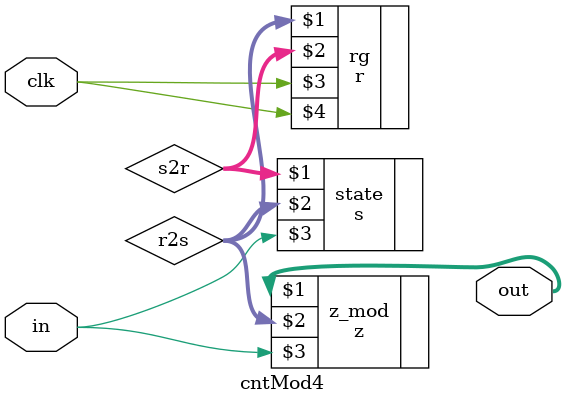
<source format=v>


module cntMod4(output [1:0]out, input in, input clk);
    
    wire [1:0]r2s; 
    wire [1:0]s2r;

    //COMPONENTI
    r #(2) rg(r2s, s2r, clk, clk);
    s state(s2r, r2s, in);
    z z_mod(out, r2s, in);

endmodule
    

</source>
